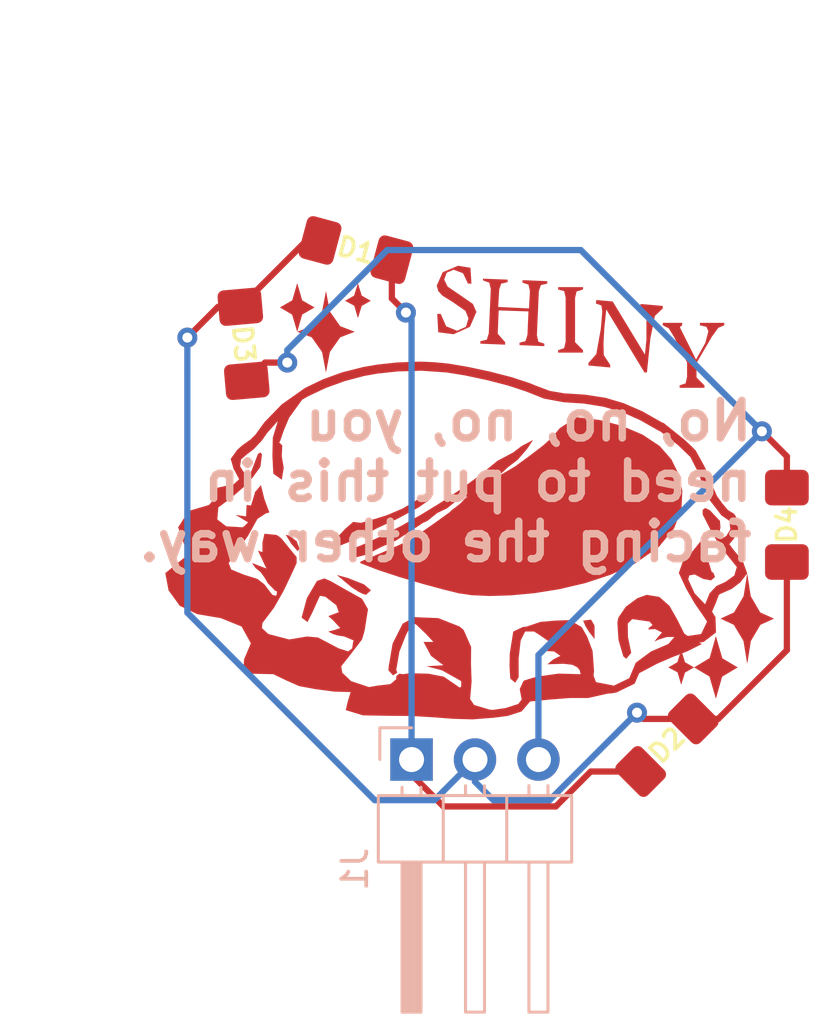
<source format=kicad_pcb>
(kicad_pcb (version 20211014) (generator pcbnew)
  (layers (0 "F.Cu" signal) (31 "B.Cu" signal) (34 "B.Paste" user) (35 "F.Paste" user) (36 "B.SilkS" user "B.Silkscreen") (37 "F.SilkS" user "F.Silkscreen") (38 "B.Mask" user) (39 "F.Mask" user) (44 "Edge.Cuts" user))
  (net 0 "")
  (net 1 "Net-(D1-Pad1)")
  (net 2 "Net-(D1-Pad2)")
  (net 3 "Net-(D3-Pad2)")
  (footprint "Custom4:Custom_LessSilkscreenLED_1206_3216Metric_Pad1.42x1.75mm_HandSolder" (layer "F.Cu") (at 81.5 83.9875 -90)
    (fp_text reference "D4" (at 0 0 90) (layer "F.SilkS") (effects (font (size 0.75 0.75))))
    (fp_text value "LED")
    (pad "1" smd roundrect (at -1.4875 0 270) (size 1.425 1.75) (layers "F.Cu" "F.Paste" "F.Mask") (roundrect_rratio 0.1754392982) (net 3 "Net-(D3-Pad2)"))
    (pad "2" smd roundrect (at 1.4875 0 270) (size 1.425 1.75) (layers "F.Cu" "F.Paste" "F.Mask") (roundrect_rratio 0.1754392982) (net 1 "Net-(D1-Pad1)"))
  )
  (footprint "Custom4:trinket-bottlecap-inkscape" (layer "F.Cu") (at 50.25 63.25)
    (fp_text reference "svg2mod" hide)
    (fp_text value "G***" hide)
    (fp_poly (pts (xy 29.484149 22.187401) (xy 29.126962 21.750838) (xy 28.948368 21.512713) (xy 29.126962 21.294432) (xy 29.226181 21.115838) (xy 29.384931 20.718963) (xy 29.146806 20.302244) (xy 28.948368 20.183182) (xy 28.888837 20.143494) (xy 28.670556 19.885526) (xy 28.452274 19.587869) (xy 28.392743 19.448963) (xy 28.154618 18.933026) (xy 28.114931 18.833807) (xy 27.995868 18.496463) (xy 27.916493 18.337713) (xy 27.598993 17.762244) (xy 27.420399 17.583651) (xy 27.142587 17.325682) (xy 26.448056 16.770057) (xy 26.368681 16.710526) (xy 26.348837 16.690682) (xy 26.328993 16.670838) (xy 26.269462 16.650994) (xy 26.229774 16.631151) (xy 25.454398 16.193853) (xy 24.70989 15.871209) (xy 23.987431 15.658807) (xy 23.171356 15.532303) (xy 22.340399 15.480213) (xy 21.76245 15.383475) (xy 21.229149 15.182557) (xy 20.931493 15.063494) (xy 20.230761 14.833741) (xy 19.358876 14.609569) (xy 18.464667 14.418883) (xy 17.696962 14.289588) (xy 17.136376 14.235018) (xy 16.546024 14.210213) (xy 15.646441 14.244756) (xy 14.86592 14.327806) (xy 14.283837 14.428494) (xy 13.448195 14.640161) (xy 12.678698 14.917974) (xy 11.962118 15.261932) (xy 11.033137 15.917511) (xy 10.337871 16.630416) (xy 9.977743 17.127244) (xy 9.779306 17.325682) (xy 9.441962 17.563807) (xy 9.243524 17.742401) (xy 8.985556 18.099588) (xy 9.104618 18.516307) (xy 9.144306 18.575838) (xy 9.164149 18.615526) (xy 9.322899 18.913182) (xy 9.263368 18.972713) (xy 9.064931 19.151307) (xy 9.005399 19.131463) (xy 8.390243 19.270369) (xy 8.291024 19.746619) (xy 8.112431 19.945057) (xy 7.303798 20.183182) (xy 6.882118 20.838026) (xy 7.071001 21.380422) (xy 7.268704 21.936047) (xy 6.862274 22.266776) (xy 6.366916 22.66953) (xy 6.497737 23.358917) (xy 6.941649 23.973338) (xy 7.646103 24.310682) (xy 8.588681 24.469432) (xy 9.422118 24.806776) (xy 9.791708 25.476502) (xy 9.521337 26.116463) (xy 9.496532 26.560467) (xy 9.799149 26.691932) (xy 10.692118 26.711776) (xy 11.200614 26.957342) (xy 11.723993 27.188026) (xy 12.391331 27.311498) (xy 13.120405 27.408512) (xy 13.787743 27.426151) (xy 13.673825 27.795832) (xy 13.590776 28.147875) (xy 14.283837 28.358807) (xy 15.240747 28.374976) (xy 16.197656 28.382325) (xy 17.141337 28.438182) (xy 17.87923 28.496243) (xy 18.665631 28.519027) (xy 19.443212 28.458026) (xy 19.463056 28.458026) (xy 19.463056 28.140526) (xy 19.324149 28.120682) (xy 18.728837 27.942088) (xy 18.570087 27.703963) (xy 18.629618 27.009432) (xy 18.604814 26.314901) (xy 18.609774 25.620369) (xy 18.312118 24.945682) (xy 18.153368 24.806776) (xy 17.300087 24.469432) (xy 16.347587 24.429744) (xy 15.871337 24.687713) (xy 15.467021 25.486424) (xy 15.315712 26.374432) (xy 15.295868 26.553026) (xy 15.474462 26.751463) (xy 15.494306 26.751463) (xy 15.653056 26.652244) (xy 15.613368 26.533182) (xy 15.737392 25.813846) (xy 16.010243 25.124276) (xy 16.228524 24.727401) (xy 16.387274 24.707557) (xy 16.784149 25.084588) (xy 17.061962 25.382244) (xy 17.101649 25.421932) (xy 16.704774 25.421932) (xy 17.002431 25.977557) (xy 17.498524 26.354588) (xy 16.823837 26.394276) (xy 17.443954 26.557987) (xy 18.212899 26.989588) (xy 18.212899 27.207869) (xy 18.153368 27.247557) (xy 17.518368 26.810994) (xy 16.903212 26.691932) (xy 16.149149 26.672088) (xy 15.891181 26.711776) (xy 15.732431 26.691932) (xy 15.613368 26.791151) (xy 15.613368 26.870526) (xy 15.613368 26.910213) (xy 15.375243 27.108651) (xy 14.859306 27.168182) (xy 14.521962 27.227713) (xy 13.807587 26.989588) (xy 13.450399 26.652244) (xy 13.410712 26.394276) (xy 13.648837 26.096619) (xy 14.244149 25.322713) (xy 14.343368 24.985369) (xy 14.482274 24.112244) (xy 14.244149 23.695526) (xy 13.616591 23.34578) (xy 12.974149 22.981151) (xy 12.736024 22.881932) (xy 12.438368 22.981151) (xy 12.034052 23.670721) (xy 11.823212 24.449588) (xy 12.061337 24.628182) (xy 12.259774 24.231307) (xy 12.557431 23.576463) (xy 12.775712 23.616151) (xy 13.212274 23.953494) (xy 13.311493 24.231307) (xy 12.894774 24.390057) (xy 13.073368 24.548807) (xy 13.371024 24.866307) (xy 13.132899 24.945682) (xy 12.894774 25.005213) (xy 13.073368 25.104432) (xy 13.271806 25.163963) (xy 13.529774 25.203651) (xy 13.906806 25.362401) (xy 13.886962 25.421932) (xy 13.847274 25.679901) (xy 13.688524 25.798963) (xy 13.311493 25.679901) (xy 12.478056 25.243338) (xy 12.041493 25.203651) (xy 11.327118 25.322713) (xy 10.493681 25.104432) (xy 10.235712 24.866307) (xy 10.255556 24.667869) (xy 10.717842 24.057123) (xy 11.096343 23.39346) (xy 11.426337 22.703338) (xy 11.624774 22.266776) (xy 11.624774 22.028651) (xy 11.009618 21.274588) (xy 10.850868 21.155526) (xy 10.771493 21.135682) (xy 10.334931 21.095994) (xy 10.255556 21.453182) (xy 10.255556 21.830213) (xy 10.076962 21.770682) (xy 10.414306 22.485057) (xy 9.838837 22.266776) (xy 9.977743 22.465213) (xy 10.176181 22.623963) (xy 10.334931 22.842244) (xy 10.473837 23.080369) (xy 10.513524 23.120057) (xy 10.731806 23.338338) (xy 10.731806 23.358182) (xy 10.831024 23.397869) (xy 10.831024 23.516932) (xy 10.791337 23.576463) (xy 10.652431 23.536776) (xy 10.334931 23.120057) (xy 10.057118 22.901776) (xy 9.523817 22.735584) (xy 9.005399 22.524744) (xy 8.906181 22.266776) (xy 9.243524 21.790526) (xy 9.687528 21.167928) (xy 10.057118 20.500682) (xy 10.394462 20.282401) (xy 10.533368 20.242713) (xy 10.334931 19.711893) (xy 10.196024 19.151307) (xy 9.957899 19.429119) (xy 9.938056 19.508494) (xy 9.799149 19.964901) (xy 9.620556 19.945057) (xy 9.600712 20.401463) (xy 9.183993 20.341932) (xy 9.680087 20.639588) (xy 9.521337 20.798338) (xy 9.461806 20.838026) (xy 8.806962 20.798338) (xy 8.449774 20.520526) (xy 8.489462 20.044276) (xy 8.992997 19.669725) (xy 9.481649 19.250526) (xy 9.858681 18.856131) (xy 10.176181 18.417088) (xy 10.235712 17.920994) (xy 10.176181 17.841619) (xy 10.076962 17.901151) (xy 9.818993 18.575838) (xy 9.719774 18.794119) (xy 9.481649 18.595682) (xy 9.362587 18.397244) (xy 9.402274 18.119432) (xy 9.660243 17.901151) (xy 9.898368 17.722557) (xy 10.235712 17.365369) (xy 10.449032 17.060272) (xy 10.870712 16.591463) (xy 10.67007 17.255861) (xy 10.654636 17.990815) (xy 10.692118 18.694901) (xy 11.029462 18.933026) (xy 11.108837 18.456776) (xy 11.029462 18.000369) (xy 11.049306 17.563807) (xy 10.910399 17.424901) (xy 10.950087 17.424901) (xy 11.12372 16.931287) (xy 11.327118 16.452557) (xy 11.843056 15.738182) (xy 12.081181 15.599276) (xy 12.80364 15.260462) (xy 13.548148 14.992204) (xy 14.323524 14.785682) (xy 14.869228 14.688634) (xy 15.667939 14.604608) (xy 16.622919 14.576392) (xy 17.637431 14.646776) (xy 18.367619 14.764598) (xy 19.237333 14.949393) (xy 20.095885 15.171395) (xy 20.792587 15.400838) (xy 21.534247 15.693534) (xy 22.320556 15.837401) (xy 23.121747 15.889491) (xy 23.908056 16.015994) (xy 24.662853 16.235746) (xy 25.382373 16.55692) (xy 26.071024 16.948651) (xy 26.190087 17.008182) (xy 26.904462 17.563807) (xy 27.380712 18.020213) (xy 27.718056 18.675057) (xy 27.856962 19.091776) (xy 28.154618 19.746619) (xy 28.630868 20.361776) (xy 28.948368 20.580057) (xy 28.988056 20.917401) (xy 28.829306 21.175369) (xy 28.650712 21.294432) (xy 28.531649 21.135682) (xy 28.591181 20.838026) (xy 28.571337 20.580057) (xy 28.154618 20.143494) (xy 27.976024 20.064119) (xy 27.876806 20.143494) (xy 27.876806 20.322088) (xy 28.253837 21.056307) (xy 28.273681 21.115838) (xy 28.730087 21.785565) (xy 29.246024 22.425526) (xy 29.146806 22.762869) (xy 28.789618 23.020838) (xy 28.432431 23.179588) (xy 28.154618 23.477244) (xy 27.976024 23.913807) (xy 27.556825 23.477244) (xy 27.301337 22.921619) (xy 27.341024 22.762869) (xy 27.559306 22.723182) (xy 27.896649 22.901776) (xy 28.214149 22.961307) (xy 28.372899 22.822401) (xy 28.313368 22.663651) (xy 28.233993 22.604119) (xy 27.993388 21.81285) (xy 27.797431 21.393651) (xy 27.221962 22.108026) (xy 27.083056 22.207244) (xy 26.924306 22.663651) (xy 27.221962 23.298651) (xy 27.556825 23.87908) (xy 27.936337 24.429744) (xy 28.055399 24.608338) (xy 27.817274 25.104432) (xy 27.281493 25.183807) (xy 27.142587 25.084588) (xy 26.859814 24.521522) (xy 26.547274 23.973338) (xy 26.142958 23.621112) (xy 25.634462 23.536776) (xy 25.257431 23.675682) (xy 24.801024 24.013026) (xy 24.503368 24.449588) (xy 24.463681 24.648026) (xy 24.508329 25.337596) (xy 24.701806 25.997401) (xy 24.820868 26.096619) (xy 25.019306 25.858494) (xy 24.999462 25.759276) (xy 24.887841 25.223494) (xy 24.880399 24.687713) (xy 25.058993 24.509119) (xy 25.753524 24.608338) (xy 25.872587 24.747244) (xy 25.713837 24.866307) (xy 25.713837 24.905994) (xy 25.713837 24.925838) (xy 25.971806 24.905994) (xy 26.249618 25.044901) (xy 26.090868 25.223494) (xy 25.951962 25.402088) (xy 26.130556 25.322713) (xy 26.448056 25.223494) (xy 26.745712 25.223494) (xy 26.507587 25.501307) (xy 25.808095 25.803924) (xy 25.197899 26.255369) (xy 24.999462 26.731619) (xy 24.939931 26.870526) (xy 24.324774 27.168182) (xy 23.610399 27.029276) (xy 23.511181 26.771307) (xy 23.531024 26.572869) (xy 23.471493 25.779119) (xy 23.253212 25.203651) (xy 23.034931 24.826619) (xy 22.558681 24.548807) (xy 21.963368 24.568651) (xy 21.382939 24.620741) (xy 20.832274 24.806776) (xy 20.673524 24.826619) (xy 20.296493 25.005213) (xy 20.157587 25.878338) (xy 20.145185 26.384354) (xy 20.177431 26.890369) (xy 20.375868 27.049119) (xy 20.514774 26.830838) (xy 20.509814 26.104061) (xy 20.594149 25.362401) (xy 20.772743 25.005213) (xy 21.129931 25.005213) (xy 21.348212 25.144119) (xy 21.804618 25.461619) (xy 21.467274 25.640213) (xy 21.526806 25.779119) (xy 21.936083 25.803924) (xy 22.181649 25.977557) (xy 21.903837 26.116463) (xy 21.665712 26.314901) (xy 22.320556 26.295057) (xy 22.657899 26.334744) (xy 22.856337 26.433963) (xy 22.955556 26.553026) (xy 22.995243 26.711776) (xy 22.112196 26.686971) (xy 21.229149 26.810994) (xy 20.713212 26.969744) (xy 20.554462 27.307088) (xy 20.633837 27.723807) (xy 20.494931 27.902401) (xy 19.986435 28.066112) (xy 19.463056 28.140526) (xy 19.463056 28.458026) (xy 19.482899 28.458026) (xy 20.073251 28.381131) (xy 20.633837 28.200057) (xy 20.971181 27.803182) (xy 21.764931 27.726287) (xy 22.558681 27.664276) (xy 23.292899 27.664276) (xy 24.086649 27.485682) (xy 24.166024 27.485682) (xy 24.423993 27.445994) (xy 25.158212 27.088807) (xy 25.336806 26.672088) (xy 26.051181 26.295057) (xy 26.660457 26.031944) (xy 27.247685 25.804108) (xy 27.856962 25.501307) (xy 27.737899 25.461619) (xy 27.797431 25.441776) (xy 27.916493 25.421932) (xy 28.412587 25.044901) (xy 28.392743 24.429744) (xy 28.253837 24.211463) (xy 28.333212 24.032869) (xy 28.392743 23.893963) (xy 28.491962 23.635994) (xy 28.511806 23.576463) (xy 28.551493 23.516932) (xy 29.047587 23.298651) (xy 29.384931 23.040682) (xy 29.662743 22.683494) (xy 29.484149 22.187401)) (layer "F.Cu") (width 0) (fill solid))
    (fp_poly (pts (xy 17.452059 11.568918) (xy 17.293309 11.390324) (xy 17.233778 11.172043) (xy 17.471903 10.636262) (xy 18.087059 10.378293) (xy 18.583153 10.457668) (xy 18.62284 11.092668) (xy 18.483934 11.092668) (xy 18.285497 10.675949) (xy 17.908465 10.537043) (xy 17.630653 10.656105) (xy 17.531434 10.933918) (xy 17.67034 11.21173) (xy 18.225965 11.588762) (xy 18.682372 11.906262) (xy 18.821278 12.223762) (xy 18.563309 12.819074) (xy 17.908465 13.11673) (xy 17.293309 13.037355) (xy 17.253622 12.303137) (xy 17.392528 12.303137) (xy 17.610809 12.79923) (xy 18.047372 12.977824) (xy 18.404559 12.819074) (xy 18.503778 12.48173) (xy 18.384715 12.184074) (xy 17.868778 11.826887) (xy 17.452059 11.568918)) (layer "F.Cu") (width 0) (fill solid))
    (fp_poly (pts (xy 19.079247 10.89423) (xy 20.071433 10.933918) (xy 20.071433 11.033137) (xy 19.813465 11.092668) (xy 19.73409 11.330793) (xy 19.694403 12.025324) (xy 20.924714 12.084855) (xy 20.964402 11.390324) (xy 20.904871 11.132355) (xy 20.666746 11.05298) (xy 20.666746 10.953762) (xy 21.658933 10.993449) (xy 21.658933 11.092668) (xy 21.400964 11.152199) (xy 21.321589 11.390324) (xy 21.242214 13.156418) (xy 21.301746 13.414387) (xy 21.539871 13.493762) (xy 21.539871 13.59298) (xy 20.547683 13.553293) (xy 20.547683 13.454074) (xy 20.785808 13.394543) (xy 20.865183 13.136574) (xy 20.904871 12.203918) (xy 19.714247 12.16423) (xy 19.674559 13.096887) (xy 19.972214 13.43423) (xy 19.972214 13.533449) (xy 18.980028 13.493762) (xy 18.980028 13.394543) (xy 19.237997 13.335012) (xy 19.317372 13.077043) (xy 19.396747 11.310949) (xy 19.337215 11.05298) (xy 19.09909 10.973605) (xy 19.079247 10.89423)) (layer "F.Cu") (width 0) (fill solid))
    (fp_poly (pts (xy 11.069149 18.417088) (xy 11.069149 18.436932) (xy 11.069149 18.417088)) (layer "F.Cu") (width 0) (fill solid))
    (fp_poly (pts (xy 14.077572 11.083779) (xy 13.923783 11.572431) (xy 13.561634 11.77831) (xy 13.931224 11.976747) (xy 14.077572 12.472841) (xy 14.231361 11.984189) (xy 14.593509 11.77831) (xy 14.231361 11.572431) (xy 14.077572 11.083779)) (layer "F.Cu") (width 0) (fill solid))
    (fp_poly (pts (xy 13.251962 21.611932) (xy 13.371024 21.564934) (xy 13.371024 21.532557) (xy 13.470243 21.473026) (xy 13.371024 21.532557) (xy 13.371024 21.564934) (xy 14.006024 21.314276) (xy 14.839462 20.877713) (xy 15.653056 20.500682) (xy 16.506337 20.044276) (xy 16.915614 19.759022) (xy 17.101649 19.310057) (xy 16.565868 19.667244) (xy 15.871337 20.083963) (xy 15.216493 20.361776) (xy 14.760087 20.500682) (xy 14.422743 20.599901) (xy 14.184618 20.659432) (xy 13.886962 20.619744) (xy 13.569462 20.897557) (xy 13.271806 21.215057) (xy 12.954306 21.512713) (xy 13.232118 21.611932) (xy 13.251962 21.611932)) (layer "F.Cu") (width 0) (fill solid))
    (fp_poly (pts (xy 27.018835 25.745184) (xy 26.865046 26.233836) (xy 26.502898 26.439715) (xy 26.872488 26.638153) (xy 27.018835 27.134247) (xy 27.172624 26.645594) (xy 27.534773 26.439715) (xy 27.172624 26.233836) (xy 27.018835 25.745184)) (layer "F.Cu") (width 0) (fill solid))
    (fp_poly (pts (xy 23.623464 11.747512) (xy 24.278308 11.807043) (xy 25.568152 13.930324) (xy 25.627683 13.335012) (xy 25.627683 12.402355) (xy 25.389558 12.00548) (xy 25.389558 11.906262) (xy 26.282527 11.985637) (xy 26.282527 12.084855) (xy 25.967507 12.382512) (xy 25.786433 13.27548) (xy 25.647527 14.644699) (xy 25.548308 14.644699) (xy 24.020339 12.124543) (xy 23.940964 12.878605) (xy 23.908718 13.503684) (xy 23.921121 13.950168) (xy 24.179089 14.347043) (xy 24.179089 14.446262) (xy 23.305964 14.366887) (xy 23.305964 14.267668) (xy 23.620984 13.91048) (xy 23.802058 12.898449) (xy 23.861589 12.203918) (xy 23.821902 11.965793) (xy 23.603621 11.886418) (xy 23.623464 11.747512)) (layer "F.Cu") (width 0) (fill solid))
    (fp_poly (pts (xy 11.624774 21.393651) (xy 11.346962 21.175369) (xy 11.188212 21.135682) (xy 11.406493 21.492869) (xy 11.644618 21.770682) (xy 11.644618 21.790526) (xy 11.723993 21.730994) (xy 11.723993 21.651619) (xy 11.624774 21.393651)) (layer "F.Cu") (width 0) (fill solid))
    (fp_poly (pts (xy 14.323524 23.120057) (xy 13.668681 22.862088) (xy 13.232118 22.743026) (xy 13.827431 23.239119) (xy 14.105243 23.417713) (xy 14.263993 23.497088) (xy 14.402899 23.536776) (xy 14.601337 23.358182) (xy 14.323524 23.120057)) (layer "F.Cu") (width 0) (fill solid))
    (fp_poly (pts (xy 26.322214 12.660324) (xy 27.056433 12.660324) (xy 27.056433 12.759543) (xy 26.977058 12.819074) (xy 26.977058 12.858762) (xy 27.612058 14.128762) (xy 27.986609 13.459035) (xy 28.108152 12.997668) (xy 28.028777 12.819074) (xy 27.770808 12.759543) (xy 27.770808 12.660324) (xy 28.743152 12.660324) (xy 28.743152 12.759543) (xy 28.505027 12.858762) (xy 28.247058 13.215949) (xy 27.631902 14.267668) (xy 27.631902 14.843137) (xy 27.949402 15.160637) (xy 27.949402 15.259855) (xy 26.957214 15.259855) (xy 26.957214 15.160637) (xy 27.195339 15.081262) (xy 27.254871 14.823293) (xy 27.254871 14.247824) (xy 26.738933 13.235793) (xy 26.520652 12.878605) (xy 26.282527 12.759543) (xy 26.282527 12.660324) (xy 26.322214 12.660324)) (layer "F.Cu") (width 0) (fill solid))
    (fp_poly (pts (xy 23.067839 11.330793) (xy 22.829714 11.410168) (xy 22.770183 11.668137) (xy 22.770183 13.43423) (xy 23.087683 13.75173) (xy 23.087683 13.850949) (xy 22.095496 13.850949) (xy 22.095496 13.75173) (xy 22.333621 13.672355) (xy 22.393152 13.414387) (xy 22.393152 11.648293) (xy 22.333621 11.390324) (xy 22.095496 11.330793) (xy 22.095496 11.231574) (xy 23.087683 11.231574) (xy 23.087683 11.330793) (xy 23.067839 11.330793)) (layer "F.Cu") (width 0) (fill solid))
    (fp_poly (pts (xy 12.799219 11.390312) (xy 12.641939 12.209051) (xy 12.228895 12.794074) (xy 11.648281 13.0175) (xy 12.228895 13.240926) (xy 12.641939 13.825949) (xy 12.799219 14.644687) (xy 12.956499 13.825949) (xy 13.369543 13.240926) (xy 13.950156 13.0175) (xy 13.369543 12.794074) (xy 12.956499 12.209051) (xy 12.799219 11.390312)) (layer "F.Cu") (width 0) (fill solid))
    (fp_poly (pts (xy 23.411962 24.528963) (xy 23.094462 24.568651) (xy 23.193681 24.806776) (xy 23.332587 25.025057) (xy 23.550868 25.302869) (xy 23.550868 24.767088) (xy 23.411962 24.528963)) (layer "F.Cu") (width 0) (fill solid))
    (fp_poly (pts (xy 11.648281 11.072813) (xy 11.449844 11.759902) (xy 10.95375 12.045156) (xy 11.442402 12.33041) (xy 11.648281 13.0175) (xy 11.846719 12.33041) (xy 12.342813 12.045156) (xy 11.846719 11.759902) (xy 11.648281 11.072813)) (layer "F.Cu") (width 0) (fill solid))
    (fp_poly (pts (xy 28.407898 25.189559) (xy 28.15737 26.067645) (xy 27.534773 26.439715) (xy 28.149929 26.804344) (xy 28.407898 27.689872) (xy 28.658425 26.811786) (xy 29.281023 26.439715) (xy 28.665867 26.075086) (xy 28.407898 25.189559)) (layer "F.Cu") (width 0) (fill solid))
    (fp_poly (pts (xy 22.836493 16.432713) (xy 22.161806 16.869276) (xy 21.836864 17.256229) (xy 21.467274 17.583651) (xy 20.921571 17.997889) (xy 20.375868 18.397244) (xy 19.701181 18.794119) (xy 20.073251 18.444373) (xy 20.475087 18.139276) (xy 20.852118 17.702713) (xy 21.090243 17.345526) (xy 20.633837 17.583651) (xy 20.296493 17.841619) (xy 19.661493 18.178963) (xy 18.9589 18.752417) (xy 18.204218 19.306336) (xy 17.417909 19.832351) (xy 16.620439 20.322088) (xy 15.83227 20.767177) (xy 15.073866 21.159246) (xy 14.365692 21.489924) (xy 13.728212 21.750838) (xy 13.886962 22.068338) (xy 14.422743 21.929432) (xy 14.998212 21.631776) (xy 15.593524 21.373807) (xy 16.049931 21.076151) (xy 16.506337 20.778494) (xy 16.684931 20.659432) (xy 16.863524 20.580057) (xy 17.260399 20.262557) (xy 17.637431 20.083963) (xy 18.024384 19.776385) (xy 18.470868 19.587869) (xy 18.153368 19.905369) (xy 17.816024 20.163338) (xy 17.736649 20.242713) (xy 17.101649 20.699119) (xy 16.387274 21.195213) (xy 15.930868 21.453182) (xy 15.065185 21.837655) (xy 14.184618 22.207244) (xy 14.164774 22.266776) (xy 14.897406 22.550779) (xy 15.777674 22.838593) (xy 16.686518 23.105452) (xy 17.504874 23.326591) (xy 18.113681 23.477244) (xy 18.635277 23.553906) (xy 19.339652 23.584525) (xy 20.186345 23.560263) (xy 21.134892 23.472284) (xy 22.14483 23.311751) (xy 23.175697 23.069827) (xy 24.187031 22.737677) (xy 25.138368 22.306463) (xy 26.1278 21.620108) (xy 26.736893 20.876978) (xy 27.028485 20.116209) (xy 27.065417 19.376938) (xy 26.910525 18.6983) (xy 26.626649 18.119432) (xy 26.158178 17.585873) (xy 25.483967 17.137087) (xy 24.664976 16.786408) (xy 23.762164 16.547172) (xy 22.836493 16.432713)) (layer "F.Cu") (width 0) (fill solid))
    (fp_poly (pts (xy 29.662743 22.683494) (xy 29.517222 23.592632) (xy 29.133576 24.241596) (xy 28.591181 24.489275) (xy 29.124757 24.736954) (xy 29.512813 25.385919) (xy 29.662743 26.295056) (xy 29.808264 25.385919) (xy 30.19191 24.736954) (xy 30.734306 24.489275) (xy 30.18309 24.241596) (xy 29.803854 23.592632) (xy 29.662743 22.683494)) (layer "F.Cu") (width 0) (fill solid))
    (fp_poly (pts (xy 33.178749 19.684999) (xy 33.1613 20.395791) (xy 33.108996 21.10487) (xy 33.021961 21.810528) (xy 32.900406 22.511066) (xy 32.744624 23.204795) (xy 32.55499 23.890045) (xy 32.33196 24.565165) (xy 32.076073 25.228528) (xy 31.787944 25.878536) (xy 31.468268 26.513623) (xy 31.117815 27.13226) (xy 30.737429 27.732955) (xy 30.328026 28.314262) (xy 29.890593 28.874781) (xy 29.426184 29.41316) (xy 28.935917 29.928104) (xy 28.420973 30.418371) (xy 27.882593 30.882781) (xy 27.322075 31.320214) (xy 26.740768 31.729616) (xy 26.140072 32.110002) (xy 25.521436 32.460456) (xy 24.886348 32.780132) (xy 24.23634 33.068261) (xy 23.572977 33.324148) (xy 22.897858 33.547177) (xy 22.212608 33.736812) (xy 21.518878 33.892594) (xy 20.81834 34.014149) (xy 20.112682 34.101183) (xy 19.403603 34.153488) (xy 18.692812 34.170937) (xy 17.982021 34.153488) (xy 17.272942 34.101183) (xy 16.567283 34.014149) (xy 15.866746 33.892594) (xy 15.173016 33.736812) (xy 14.487766 33.547177) (xy 13.812647 33.324148) (xy 13.149284 33.068261) (xy 12.499276 32.780132) (xy 11.864188 32.460456) (xy 11.245552 32.110002) (xy 10.644856 31.729616) (xy 10.063549 31.320214) (xy 9.50303 30.882781) (xy 8.964651 30.418371) (xy 8.449707 29.928104) (xy 7.95944 29.41316) (xy 7.495031 28.874781) (xy 7.057598 28.314262) (xy 6.648195 27.732955) (xy 6.267809 27.13226) (xy 5.917356 26.513623) (xy 5.59768 25.878536) (xy 5.309551 25.228528) (xy 5.053663 24.565165) (xy 4.830634 23.890045) (xy 4.641 23.204795) (xy 4.485218 22.511066) (xy 4.363663 21.810528) (xy 4.276628 21.10487) (xy 4.224323 20.395791) (xy 4.206874 19.684999) (xy 4.224323 18.974208) (xy 4.276628 18.265129) (xy 4.363663 17.559471) (xy 4.485218 16.858933) (xy 4.641 16.165204) (xy 4.830634 15.479954) (xy 5.053663 14.804834) (xy 5.309551 14.141471) (xy 5.59768 13.491463) (xy 5.917356 12.856376) (xy 6.267809 12.237739) (xy 6.648195 11.637044) (xy 7.057598 11.055737) (xy 7.495031 10.495218) (xy 7.95944 9.956838) (xy 8.449707 9.441895) (xy 8.964651 8.951628) (xy 9.50303 8.487218) (xy 10.063549 8.049785) (xy 10.644856 7.640383) (xy 11.245552 7.259996) (xy 11.864188 6.909543) (xy 12.499276 6.589867) (xy 13.149284 6.301738) (xy 13.812647 6.045851) (xy 14.487766 5.822822) (xy 15.173016 5.633187) (xy 15.866746 5.477405) (xy 16.567283 5.35585) (xy 17.272942 5.268816) (xy 17.982021 5.216511) (xy 18.692812 5.199062) (xy 19.403603 5.216511) (xy 20.112682 5.268816) (xy 20.81834 5.35585) (xy 21.518878 5.477405) (xy 22.212608 5.633187) (xy 22.897858 5.822822) (xy 23.572977 6.045851) (xy 24.23634 6.301738) (xy 24.886348 6.589867) (xy 25.521436 6.909543) (xy 26.140072 7.259996) (xy 26.740768 7.640383) (xy 27.322075 8.049785) (xy 27.882593 8.487218) (xy 28.420973 8.951628) (xy 28.935917 9.441895) (xy 29.426184 9.956838) (xy 29.890593 10.495218) (xy 30.328026 11.055737) (xy 30.737429 11.637044) (xy 31.117815 12.237739) (xy 31.468268 12.856376) (xy 31.787944 13.491463) (xy 32.076073 14.141471) (xy 32.33196 14.804834) (xy 32.55499 15.479954) (xy 32.744624 16.165204) (xy 32.900406 16.858933) (xy 33.021961 17.559471) (xy 33.108996 18.265129) (xy 33.1613 18.974208) (xy 33.178749 19.684999)) (layer "Edge.Cuts") (width 0.00001) (fill none))
  )
  (footprint "Custom4:Custom_LessSilkscreenLED_1206_3216Metric_Pad1.42x1.75mm_HandSolder" (layer "F.Cu") (at 64.25 73 -15)
    (fp_text reference "D1" (at 0 0 165) (layer "F.SilkS") (effects (font (size 0.75 0.75))))
    (fp_text value "LED")
    (pad "1" smd roundrect (at -1.4875 0 345) (size 1.425 1.75) (layers "F.Cu" "F.Paste" "F.Mask") (roundrect_rratio 0.1754392982) (net 1 "Net-(D1-Pad1)"))
    (pad "2" smd roundrect (at 1.4875 0 345) (size 1.425 1.75) (layers "F.Cu" "F.Paste" "F.Mask") (roundrect_rratio 0.1754392982) (net 2 "Net-(D1-Pad2)"))
  )
  (footprint "Custom4:Custom_LessSilkscreenLED_1206_3216Metric_Pad1.42x1.75mm_HandSolder" (layer "F.Cu") (at 59.75 76.75 -85)
    (fp_text reference "D3" (at 0 0 95) (layer "F.SilkS") (effects (font (size 0.75 0.75))))
    (fp_text value "LED")
    (pad "1" smd roundrect (at -1.4875 0 275) (size 1.425 1.75) (layers "F.Cu" "F.Paste" "F.Mask") (roundrect_rratio 0.1754392982) (net 1 "Net-(D1-Pad1)"))
    (pad "2" smd roundrect (at 1.4875 0 275) (size 1.425 1.75) (layers "F.Cu" "F.Paste" "F.Mask") (roundrect_rratio 0.1754392982) (net 3 "Net-(D3-Pad2)"))
  )
  (footprint "Custom4:Custom_LessSilkscreenLED_1206_3216Metric_Pad1.42x1.75mm_HandSolder" (layer "F.Cu") (at 76.698179 92.801821 45)
    (fp_text reference "D2" (at 0 0 45) (layer "F.SilkS") (effects (font (size 0.75 0.75))))
    (fp_text value "LED")
    (pad "1" smd roundrect (at -1.4875 0 45) (size 1.425 1.75) (layers "F.Cu" "F.Paste" "F.Mask") (roundrect_rratio 0.1754392982) (net 2 "Net-(D1-Pad2)"))
    (pad "2" smd roundrect (at 1.4875 0 45) (size 1.425 1.75) (layers "F.Cu" "F.Paste" "F.Mask") (roundrect_rratio 0.1754392982) (net 1 "Net-(D1-Pad1)"))
  )
  (footprint "Connector_PinHeader_2.54mm:PinHeader_1x03_P2.54mm_Horizontal" (layer "B.Cu") (at 66.475 93.375 -90)
    (fp_text reference "J1" (at 4.385 2.27 90) (layer "B.SilkS") (effects (justify mirror)))
    (fp_text value "Conn_01x03")
    (fp_line (start -1.27 1.27) (end 0 1.27) (layer "B.SilkS") (width 0.12))
    (fp_line (start 4.1 -4.7) (end 10.1 -4.7) (layer "B.SilkS") (width 0.12))
    (fp_line (start 4.1 0.2) (end 10.1 0.2) (layer "B.SilkS") (width 0.12))
    (fp_line (start 10.1 -2.92) (end 4.1 -2.92) (layer "B.SilkS") (width 0.12))
    (fp_line (start 10.1 0.38) (end 10.1 -0.38) (layer "B.SilkS") (width 0.12))
    (fp_line (start 1.042929 -2.92) (end 1.44 -2.92) (layer "B.SilkS") (width 0.12))
    (fp_line (start 1.042929 -5.46) (end 1.44 -5.46) (layer "B.SilkS") (width 0.12))
    (fp_line (start 4.1 -0.16) (end 10.1 -0.16) (layer "B.SilkS") (width 0.12))
    (fp_line (start 1.44 -3.81) (end 4.1 -3.81) (layer "B.SilkS") (width 0.12))
    (fp_line (start 4.1 -6.41) (end 4.1 1.33) (layer "B.SilkS") (width 0.12))
    (fp_line (start 1.44 -6.41) (end 4.1 -6.41) (layer "B.SilkS") (width 0.12))
    (fp_line (start 1.042929 -2.16) (end 1.44 -2.16) (layer "B.SilkS") (width 0.12))
    (fp_line (start 10.1 -0.38) (end 4.1 -0.38) (layer "B.SilkS") (width 0.12))
    (fp_line (start 10.1 -4.7) (end 10.1 -5.46) (layer "B.SilkS") (width 0.12))
    (fp_line (start 4.1 0.08) (end 10.1 0.08) (layer "B.SilkS") (width 0.12))
    (fp_line (start 10.1 -2.16) (end 10.1 -2.92) (layer "B.SilkS") (width 0.12))
    (fp_line (start 4.1 0.32) (end 10.1 0.32) (layer "B.SilkS") (width 0.12))
    (fp_line (start 1.44 1.33) (end 1.44 -6.41) (layer "B.SilkS") (width 0.12))
    (fp_line (start 4.1 1.33) (end 1.44 1.33) (layer "B.SilkS") (width 0.12))
    (fp_line (start 1.042929 -4.7) (end 1.44 -4.7) (layer "B.SilkS") (width 0.12))
    (fp_line (start 1.44 -1.27) (end 4.1 -1.27) (layer "B.SilkS") (width 0.12))
    (fp_line (start 1.11 0.38) (end 1.44 0.38) (layer "B.SilkS") (width 0.12))
    (fp_line (start 4.1 -2.16) (end 10.1 -2.16) (layer "B.SilkS") (width 0.12))
    (fp_line (start 10.1 -5.46) (end 4.1 -5.46) (layer "B.SilkS") (width 0.12))
    (fp_line (start 4.1 -0.04) (end 10.1 -0.04) (layer "B.SilkS") (width 0.12))
    (fp_line (start 4.1 0.38) (end 10.1 0.38) (layer "B.SilkS") (width 0.12))
    (fp_line (start -1.27 0) (end -1.27 1.27) (layer "B.SilkS") (width 0.12))
    (fp_line (start 1.11 -0.38) (end 1.44 -0.38) (layer "B.SilkS") (width 0.12))
    (fp_line (start 4.1 -0.28) (end 10.1 -0.28) (layer "B.SilkS") (width 0.12))
    (pad "1" thru_hole rect (at 0 0 270) (size 1.7 1.7) (drill 1) (layers *.Cu *.Mask) (net 2 "Net-(D1-Pad2)"))
    (pad "2" thru_hole oval (at 0 -2.54 270) (size 1.7 1.7) (drill 1) (layers *.Cu *.Mask) (net 1 "Net-(D1-Pad1)"))
    (pad "3" thru_hole oval (at 0 -5.08 270) (size 1.7 1.7) (drill 1) (layers *.Cu *.Mask) (net 3 "Net-(D3-Pad2)"))
  )
  (gr_text "No, no, no, you\nneed to put this in\nfacing the other way." (at 80.25 82.25) (layer "B.SilkS") (effects (font (size 1.5 1.5) (thickness 0.3)) (justify left mirror)))
  (segment (start 62.273509 72.615007) (end 59.620356 75.26816) (width 0.25) (layer "F.Cu") (net 1))
  (segment (start 77.75 91.75) (end 75.75 91.75) (width 0.25) (layer "F.Cu") (net 1))
  (segment (start 58.73184 75.26816) (end 59.620356 75.26816) (width 0.25) (layer "F.Cu") (net 1))
  (segment (start 78.75 91.75) (end 81.5 89) (width 0.25) (layer "F.Cu") (net 1))
  (segment (start 75.75 91.75) (end 75.5 91.5) (width 0.25) (layer "F.Cu") (net 1))
  (segment (start 57.5 76.5) (end 58.73184 75.26816) (width 0.25) (layer "F.Cu") (net 1))
  (segment (start 62.813185 72.615007) (end 62.273509 72.615007) (width 0.25) (layer "F.Cu") (net 1))
  (segment (start 81.5 89) (end 81.5 85.475) (width 0.25) (layer "F.Cu") (net 1))
  (segment (start 77.75 91.75) (end 78.75 91.75) (width 0.25) (layer "F.Cu") (net 1))
  (via (at 75.5 91.5) (size 0.8) (drill 0.4) (layers "F.Cu" "B.Cu") (net 1))
  (via (at 57.5 76.5) (size 0.8) (drill 0.4) (layers "F.Cu" "B.Cu") (net 1))
  (segment (start 57.5 87.5) (end 57.5 77.75) (width 0.25) (layer "B.Cu") (net 1))
  (segment (start 67.39 95) (end 65 95) (width 0.25) (layer "B.Cu") (net 1))
  (segment (start 65 95) (end 57.5 87.5) (width 0.25) (layer "B.Cu") (net 1))
  (segment (start 75.5 91.5) (end 72 95) (width 0.25) (layer "B.Cu") (net 1))
  (segment (start 69.015 93.375) (end 67.39 95) (width 0.25) (layer "B.Cu") (net 1))
  (segment (start 69.015 94.265) (end 69.015 93.375) (width 0.25) (layer "B.Cu") (net 1))
  (segment (start 69.75 95) (end 69.015 94.265) (width 0.25) (layer "B.Cu") (net 1))
  (segment (start 72 95) (end 69.75 95) (width 0.25) (layer "B.Cu") (net 1))
  (segment (start 57.5 77.75) (end 57.5 76.5) (width 0.25) (layer "B.Cu") (net 1))
  (segment (start 66.475 93.975) (end 67.75 95.25) (width 0.25) (layer "F.Cu") (net 2))
  (segment (start 72.5 95) (end 72.25 95.25) (width 0.25) (layer "F.Cu") (net 2))
  (segment (start 65.686815 73.384993) (end 65.686815 74.936815) (width 0.25) (layer "F.Cu") (net 2))
  (segment (start 65.686815 74.936815) (end 66.25 75.5) (width 0.25) (layer "F.Cu") (net 2))
  (segment (start 73.646358 93.853642) (end 72.5 95) (width 0.25) (layer "F.Cu") (net 2))
  (segment (start 66.475 93.375) (end 66.475 93.975) (width 0.25) (layer "F.Cu") (net 2))
  (segment (start 72.25 95.25) (end 67.75 95.25) (width 0.25) (layer "F.Cu") (net 2))
  (segment (start 75.646358 93.853642) (end 73.646358 93.853642) (width 0.25) (layer "F.Cu") (net 2))
  (via (at 66.25 75.5) (size 0.8) (drill 0.4) (layers "F.Cu" "B.Cu") (net 2))
  (segment (start 66.25 75.5) (end 66.475 75.725) (width 0.25) (layer "B.Cu") (net 2))
  (segment (start 66.475 75.725) (end 66.475 93.375) (width 0.25) (layer "B.Cu") (net 2))
  (segment (start 80.5 80.25) (end 81.5 81.25) (width 0.25) (layer "F.Cu") (net 3))
  (segment (start 81.5 81.25) (end 81.5 82.5) (width 0.25) (layer "F.Cu") (net 3))
  (segment (start 61.5 77.5) (end 60.611484 77.5) (width 0.25) (layer "F.Cu") (net 3))
  (segment (start 60.611484 77.5) (end 59.879644 78.23184) (width 0.25) (layer "F.Cu") (net 3))
  (via (at 80.5 80.25) (size 0.8) (drill 0.4) (layers "F.Cu" "B.Cu") (net 3))
  (via (at 61.5 77.5) (size 0.8) (drill 0.4) (layers "F.Cu" "B.Cu") (net 3))
  (segment (start 73.25 73) (end 65.5 73) (width 0.25) (layer "B.Cu") (net 3))
  (segment (start 65.5 73) (end 61.5 77) (width 0.25) (layer "B.Cu") (net 3))
  (segment (start 71.555 93.375) (end 71.555 89.195) (width 0.25) (layer "B.Cu") (net 3))
  (segment (start 61.5 77) (end 61.5 77.5) (width 0.25) (layer "B.Cu") (net 3))
  (segment (start 80.5 80.25) (end 73.25 73) (width 0.25) (layer "B.Cu") (net 3))
  (segment (start 71.555 89.195) (end 80.5 80.25) (width 0.25) (layer "B.Cu") (net 3))
)
</source>
